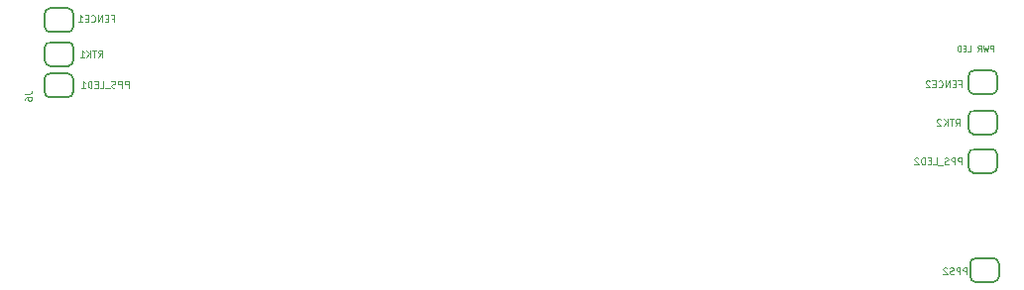
<source format=gbr>
%TF.GenerationSoftware,KiCad,Pcbnew,(5.1.6-0-10_14)*%
%TF.CreationDate,2020-10-02T15:43:10+07:00*%
%TF.ProjectId,ublox ZED-F9P (Full feature),75626c6f-7820-45a4-9544-2d4639502028,V1*%
%TF.SameCoordinates,Original*%
%TF.FileFunction,Legend,Bot*%
%TF.FilePolarity,Positive*%
%FSLAX46Y46*%
G04 Gerber Fmt 4.6, Leading zero omitted, Abs format (unit mm)*
G04 Created by KiCad (PCBNEW (5.1.6-0-10_14)) date 2020-10-02 15:43:10*
%MOMM*%
%LPD*%
G01*
G04 APERTURE LIST*
%ADD10C,0.125000*%
%ADD11C,0.203200*%
%ADD12C,0.115824*%
%ADD13C,0.100000*%
%ADD14O,1.000000X2.300000*%
%ADD15O,0.850000X0.600000*%
%ADD16C,0.600000*%
%ADD17O,1.000000X2.000000*%
%ADD18R,0.863600X1.473200*%
%ADD19C,3.200000*%
%ADD20C,2.082800*%
%ADD21R,1.703200X4.203200*%
%ADD22R,4.203200X1.703200*%
G04 APERTURE END LIST*
D10*
X204210714Y-61451190D02*
X204210714Y-60951190D01*
X204020238Y-60951190D01*
X203972619Y-60975000D01*
X203948809Y-60998809D01*
X203925000Y-61046428D01*
X203925000Y-61117857D01*
X203948809Y-61165476D01*
X203972619Y-61189285D01*
X204020238Y-61213095D01*
X204210714Y-61213095D01*
X203758333Y-60951190D02*
X203639285Y-61451190D01*
X203544047Y-61094047D01*
X203448809Y-61451190D01*
X203329761Y-60951190D01*
X202853571Y-61451190D02*
X203020238Y-61213095D01*
X203139285Y-61451190D02*
X203139285Y-60951190D01*
X202948809Y-60951190D01*
X202901190Y-60975000D01*
X202877380Y-60998809D01*
X202853571Y-61046428D01*
X202853571Y-61117857D01*
X202877380Y-61165476D01*
X202901190Y-61189285D01*
X202948809Y-61213095D01*
X203139285Y-61213095D01*
X202020238Y-61451190D02*
X202258333Y-61451190D01*
X202258333Y-60951190D01*
X201853571Y-61189285D02*
X201686904Y-61189285D01*
X201615476Y-61451190D02*
X201853571Y-61451190D01*
X201853571Y-60951190D01*
X201615476Y-60951190D01*
X201401190Y-61451190D02*
X201401190Y-60951190D01*
X201282142Y-60951190D01*
X201210714Y-60975000D01*
X201163095Y-61022619D01*
X201139285Y-61070238D01*
X201115476Y-61165476D01*
X201115476Y-61236904D01*
X201139285Y-61332142D01*
X201163095Y-61379761D01*
X201210714Y-61427380D01*
X201282142Y-61451190D01*
X201401190Y-61451190D01*
D11*
%TO.C,PPS2*%
X202679300Y-81178400D02*
X204203300Y-81178400D01*
X202222100Y-80721200D02*
X202222100Y-79603600D01*
X204660500Y-80721200D02*
X204660500Y-79603600D01*
X204203300Y-79146400D02*
X202679300Y-79146400D01*
X202222100Y-80721200D02*
G75*
G03*
X202679300Y-81178400I457200J0D01*
G01*
X204203300Y-81178400D02*
G75*
G03*
X204660500Y-80721200I0J457200D01*
G01*
X204203300Y-79146400D02*
G75*
G02*
X204660500Y-79603600I0J-457200D01*
G01*
X202222100Y-79603600D02*
G75*
G02*
X202679300Y-79146400I457200J0D01*
G01*
%TO.C,RTK2*%
X204059500Y-66515500D02*
X202535500Y-66515500D01*
X204516700Y-66972700D02*
X204516700Y-68090300D01*
X202078300Y-66972700D02*
X202078300Y-68090300D01*
X202535500Y-68547500D02*
X204059500Y-68547500D01*
X204516700Y-66972700D02*
G75*
G03*
X204059500Y-66515500I-457200J0D01*
G01*
X202535500Y-66515500D02*
G75*
G03*
X202078300Y-66972700I0J-457200D01*
G01*
X202535500Y-68547500D02*
G75*
G02*
X202078300Y-68090300I0J457200D01*
G01*
X204516700Y-68090300D02*
G75*
G02*
X204059500Y-68547500I-457200J0D01*
G01*
%TO.C,RTK1*%
X125153800Y-60662600D02*
X123629800Y-60662600D01*
X125611000Y-61119800D02*
X125611000Y-62237400D01*
X123172600Y-61119800D02*
X123172600Y-62237400D01*
X123629800Y-62694600D02*
X125153800Y-62694600D01*
X125611000Y-61119800D02*
G75*
G03*
X125153800Y-60662600I-457200J0D01*
G01*
X123629800Y-60662600D02*
G75*
G03*
X123172600Y-61119800I0J-457200D01*
G01*
X123629800Y-62694600D02*
G75*
G02*
X123172600Y-62237400I0J457200D01*
G01*
X125611000Y-62237400D02*
G75*
G02*
X125153800Y-62694600I-457200J0D01*
G01*
%TO.C,PPS_LED2*%
X204059500Y-69817500D02*
X202535500Y-69817500D01*
X204516700Y-70274700D02*
X204516700Y-71392300D01*
X202078300Y-70274700D02*
X202078300Y-71392300D01*
X202535500Y-71849500D02*
X204059500Y-71849500D01*
X204516700Y-70274700D02*
G75*
G03*
X204059500Y-69817500I-457200J0D01*
G01*
X202535500Y-69817500D02*
G75*
G03*
X202078300Y-70274700I0J-457200D01*
G01*
X202535500Y-71849500D02*
G75*
G02*
X202078300Y-71392300I0J457200D01*
G01*
X204516700Y-71392300D02*
G75*
G02*
X204059500Y-71849500I-457200J0D01*
G01*
%TO.C,PPS_LED1*%
X125129200Y-63352600D02*
X123605200Y-63352600D01*
X125586400Y-63809800D02*
X125586400Y-64927400D01*
X123148000Y-63809800D02*
X123148000Y-64927400D01*
X123605200Y-65384600D02*
X125129200Y-65384600D01*
X125586400Y-63809800D02*
G75*
G03*
X125129200Y-63352600I-457200J0D01*
G01*
X123605200Y-63352600D02*
G75*
G03*
X123148000Y-63809800I0J-457200D01*
G01*
X123605200Y-65384600D02*
G75*
G02*
X123148000Y-64927400I0J457200D01*
G01*
X125586400Y-64927400D02*
G75*
G02*
X125129200Y-65384600I-457200J0D01*
G01*
%TO.C,FENCE2*%
X204059500Y-63086500D02*
X202535500Y-63086500D01*
X204516700Y-63543700D02*
X204516700Y-64661300D01*
X202078300Y-63543700D02*
X202078300Y-64661300D01*
X202535500Y-65118500D02*
X204059500Y-65118500D01*
X204516700Y-63543700D02*
G75*
G03*
X204059500Y-63086500I-457200J0D01*
G01*
X202535500Y-63086500D02*
G75*
G03*
X202078300Y-63543700I0J-457200D01*
G01*
X202535500Y-65118500D02*
G75*
G02*
X202078300Y-64661300I0J457200D01*
G01*
X204516700Y-64661300D02*
G75*
G02*
X204059500Y-65118500I-457200J0D01*
G01*
%TO.C,FENCE1*%
X125153800Y-57773400D02*
X123629800Y-57773400D01*
X125611000Y-58230600D02*
X125611000Y-59348200D01*
X123172600Y-58230600D02*
X123172600Y-59348200D01*
X123629800Y-59805400D02*
X125153800Y-59805400D01*
X125611000Y-58230600D02*
G75*
G03*
X125153800Y-57773400I-457200J0D01*
G01*
X123629800Y-57773400D02*
G75*
G03*
X123172600Y-58230600I0J-457200D01*
G01*
X123629800Y-59805400D02*
G75*
G02*
X123172600Y-59348200I0J457200D01*
G01*
X125611000Y-59348200D02*
G75*
G02*
X125153800Y-59805400I-457200J0D01*
G01*
%TO.C,PPS2*%
D12*
X201922777Y-80522422D02*
X201922777Y-79943302D01*
X201702160Y-79943302D01*
X201647005Y-79970880D01*
X201619428Y-79998457D01*
X201591851Y-80053611D01*
X201591851Y-80136342D01*
X201619428Y-80191497D01*
X201647005Y-80219074D01*
X201702160Y-80246651D01*
X201922777Y-80246651D01*
X201343657Y-80522422D02*
X201343657Y-79943302D01*
X201123040Y-79943302D01*
X201067885Y-79970880D01*
X201040308Y-79998457D01*
X201012731Y-80053611D01*
X201012731Y-80136342D01*
X201040308Y-80191497D01*
X201067885Y-80219074D01*
X201123040Y-80246651D01*
X201343657Y-80246651D01*
X200792114Y-80494845D02*
X200709382Y-80522422D01*
X200571497Y-80522422D01*
X200516342Y-80494845D01*
X200488765Y-80467268D01*
X200461188Y-80412114D01*
X200461188Y-80356960D01*
X200488765Y-80301805D01*
X200516342Y-80274228D01*
X200571497Y-80246651D01*
X200681805Y-80219074D01*
X200736960Y-80191497D01*
X200764537Y-80163920D01*
X200792114Y-80108765D01*
X200792114Y-80053611D01*
X200764537Y-79998457D01*
X200736960Y-79970880D01*
X200681805Y-79943302D01*
X200543920Y-79943302D01*
X200461188Y-79970880D01*
X200240571Y-79998457D02*
X200212994Y-79970880D01*
X200157840Y-79943302D01*
X200019954Y-79943302D01*
X199964800Y-79970880D01*
X199937222Y-79998457D01*
X199909645Y-80053611D01*
X199909645Y-80108765D01*
X199937222Y-80191497D01*
X200268148Y-80522422D01*
X199909645Y-80522422D01*
%TO.C,RTK2*%
X200946697Y-67842422D02*
X201139737Y-67566651D01*
X201277622Y-67842422D02*
X201277622Y-67263302D01*
X201057005Y-67263302D01*
X201001851Y-67290880D01*
X200974274Y-67318457D01*
X200946697Y-67373611D01*
X200946697Y-67456342D01*
X200974274Y-67511497D01*
X201001851Y-67539074D01*
X201057005Y-67566651D01*
X201277622Y-67566651D01*
X200781234Y-67263302D02*
X200450308Y-67263302D01*
X200615771Y-67842422D02*
X200615771Y-67263302D01*
X200257268Y-67842422D02*
X200257268Y-67263302D01*
X199926342Y-67842422D02*
X200174537Y-67511497D01*
X199926342Y-67263302D02*
X200257268Y-67594228D01*
X199705725Y-67318457D02*
X199678148Y-67290880D01*
X199622994Y-67263302D01*
X199485108Y-67263302D01*
X199429954Y-67290880D01*
X199402377Y-67318457D01*
X199374800Y-67373611D01*
X199374800Y-67428765D01*
X199402377Y-67511497D01*
X199733302Y-67842422D01*
X199374800Y-67842422D01*
%TO.C,RTK1*%
X127756697Y-61942422D02*
X127949737Y-61666651D01*
X128087622Y-61942422D02*
X128087622Y-61363302D01*
X127867005Y-61363302D01*
X127811851Y-61390880D01*
X127784274Y-61418457D01*
X127756697Y-61473611D01*
X127756697Y-61556342D01*
X127784274Y-61611497D01*
X127811851Y-61639074D01*
X127867005Y-61666651D01*
X128087622Y-61666651D01*
X127591234Y-61363302D02*
X127260308Y-61363302D01*
X127425771Y-61942422D02*
X127425771Y-61363302D01*
X127067268Y-61942422D02*
X127067268Y-61363302D01*
X126736342Y-61942422D02*
X126984537Y-61611497D01*
X126736342Y-61363302D02*
X127067268Y-61694228D01*
X126184800Y-61942422D02*
X126515725Y-61942422D01*
X126350262Y-61942422D02*
X126350262Y-61363302D01*
X126405417Y-61446034D01*
X126460571Y-61501188D01*
X126515725Y-61528765D01*
%TO.C,PPS_LED2*%
X201479342Y-71122422D02*
X201479342Y-70543302D01*
X201258725Y-70543302D01*
X201203571Y-70570880D01*
X201175994Y-70598457D01*
X201148417Y-70653611D01*
X201148417Y-70736342D01*
X201175994Y-70791497D01*
X201203571Y-70819074D01*
X201258725Y-70846651D01*
X201479342Y-70846651D01*
X200900222Y-71122422D02*
X200900222Y-70543302D01*
X200679605Y-70543302D01*
X200624451Y-70570880D01*
X200596874Y-70598457D01*
X200569297Y-70653611D01*
X200569297Y-70736342D01*
X200596874Y-70791497D01*
X200624451Y-70819074D01*
X200679605Y-70846651D01*
X200900222Y-70846651D01*
X200348680Y-71094845D02*
X200265948Y-71122422D01*
X200128062Y-71122422D01*
X200072908Y-71094845D01*
X200045331Y-71067268D01*
X200017754Y-71012114D01*
X200017754Y-70956960D01*
X200045331Y-70901805D01*
X200072908Y-70874228D01*
X200128062Y-70846651D01*
X200238371Y-70819074D01*
X200293525Y-70791497D01*
X200321102Y-70763920D01*
X200348680Y-70708765D01*
X200348680Y-70653611D01*
X200321102Y-70598457D01*
X200293525Y-70570880D01*
X200238371Y-70543302D01*
X200100485Y-70543302D01*
X200017754Y-70570880D01*
X199907445Y-71177577D02*
X199466211Y-71177577D01*
X199052554Y-71122422D02*
X199328325Y-71122422D01*
X199328325Y-70543302D01*
X198859514Y-70819074D02*
X198666474Y-70819074D01*
X198583742Y-71122422D02*
X198859514Y-71122422D01*
X198859514Y-70543302D01*
X198583742Y-70543302D01*
X198335548Y-71122422D02*
X198335548Y-70543302D01*
X198197662Y-70543302D01*
X198114931Y-70570880D01*
X198059777Y-70626034D01*
X198032200Y-70681188D01*
X198004622Y-70791497D01*
X198004622Y-70874228D01*
X198032200Y-70984537D01*
X198059777Y-71039691D01*
X198114931Y-71094845D01*
X198197662Y-71122422D01*
X198335548Y-71122422D01*
X197784005Y-70598457D02*
X197756428Y-70570880D01*
X197701274Y-70543302D01*
X197563388Y-70543302D01*
X197508234Y-70570880D01*
X197480657Y-70598457D01*
X197453080Y-70653611D01*
X197453080Y-70708765D01*
X197480657Y-70791497D01*
X197811582Y-71122422D01*
X197453080Y-71122422D01*
%TO.C,PPS_LED1*%
X130319342Y-64572422D02*
X130319342Y-63993302D01*
X130098725Y-63993302D01*
X130043571Y-64020880D01*
X130015994Y-64048457D01*
X129988417Y-64103611D01*
X129988417Y-64186342D01*
X130015994Y-64241497D01*
X130043571Y-64269074D01*
X130098725Y-64296651D01*
X130319342Y-64296651D01*
X129740222Y-64572422D02*
X129740222Y-63993302D01*
X129519605Y-63993302D01*
X129464451Y-64020880D01*
X129436874Y-64048457D01*
X129409297Y-64103611D01*
X129409297Y-64186342D01*
X129436874Y-64241497D01*
X129464451Y-64269074D01*
X129519605Y-64296651D01*
X129740222Y-64296651D01*
X129188680Y-64544845D02*
X129105948Y-64572422D01*
X128968062Y-64572422D01*
X128912908Y-64544845D01*
X128885331Y-64517268D01*
X128857754Y-64462114D01*
X128857754Y-64406960D01*
X128885331Y-64351805D01*
X128912908Y-64324228D01*
X128968062Y-64296651D01*
X129078371Y-64269074D01*
X129133525Y-64241497D01*
X129161102Y-64213920D01*
X129188680Y-64158765D01*
X129188680Y-64103611D01*
X129161102Y-64048457D01*
X129133525Y-64020880D01*
X129078371Y-63993302D01*
X128940485Y-63993302D01*
X128857754Y-64020880D01*
X128747445Y-64627577D02*
X128306211Y-64627577D01*
X127892554Y-64572422D02*
X128168325Y-64572422D01*
X128168325Y-63993302D01*
X127699514Y-64269074D02*
X127506474Y-64269074D01*
X127423742Y-64572422D02*
X127699514Y-64572422D01*
X127699514Y-63993302D01*
X127423742Y-63993302D01*
X127175548Y-64572422D02*
X127175548Y-63993302D01*
X127037662Y-63993302D01*
X126954931Y-64020880D01*
X126899777Y-64076034D01*
X126872200Y-64131188D01*
X126844622Y-64241497D01*
X126844622Y-64324228D01*
X126872200Y-64434537D01*
X126899777Y-64489691D01*
X126954931Y-64544845D01*
X127037662Y-64572422D01*
X127175548Y-64572422D01*
X126293080Y-64572422D02*
X126624005Y-64572422D01*
X126458542Y-64572422D02*
X126458542Y-63993302D01*
X126513697Y-64076034D01*
X126568851Y-64131188D01*
X126624005Y-64158765D01*
%TO.C,J6*%
X121493302Y-65085285D02*
X121906960Y-65085285D01*
X121989691Y-65057708D01*
X122044845Y-65002554D01*
X122072422Y-64919822D01*
X122072422Y-64864668D01*
X121493302Y-65609251D02*
X121493302Y-65498942D01*
X121520880Y-65443788D01*
X121548457Y-65416211D01*
X121631188Y-65361057D01*
X121741497Y-65333480D01*
X121962114Y-65333480D01*
X122017268Y-65361057D01*
X122044845Y-65388634D01*
X122072422Y-65443788D01*
X122072422Y-65554097D01*
X122044845Y-65609251D01*
X122017268Y-65636828D01*
X121962114Y-65664405D01*
X121824228Y-65664405D01*
X121769074Y-65636828D01*
X121741497Y-65609251D01*
X121713920Y-65554097D01*
X121713920Y-65443788D01*
X121741497Y-65388634D01*
X121769074Y-65361057D01*
X121824228Y-65333480D01*
%TO.C,FENCE2*%
X201259914Y-64239074D02*
X201452954Y-64239074D01*
X201452954Y-64542422D02*
X201452954Y-63963302D01*
X201177182Y-63963302D01*
X200956565Y-64239074D02*
X200763525Y-64239074D01*
X200680794Y-64542422D02*
X200956565Y-64542422D01*
X200956565Y-63963302D01*
X200680794Y-63963302D01*
X200432600Y-64542422D02*
X200432600Y-63963302D01*
X200101674Y-64542422D01*
X200101674Y-63963302D01*
X199494977Y-64487268D02*
X199522554Y-64514845D01*
X199605285Y-64542422D01*
X199660440Y-64542422D01*
X199743171Y-64514845D01*
X199798325Y-64459691D01*
X199825902Y-64404537D01*
X199853480Y-64294228D01*
X199853480Y-64211497D01*
X199825902Y-64101188D01*
X199798325Y-64046034D01*
X199743171Y-63990880D01*
X199660440Y-63963302D01*
X199605285Y-63963302D01*
X199522554Y-63990880D01*
X199494977Y-64018457D01*
X199246782Y-64239074D02*
X199053742Y-64239074D01*
X198971011Y-64542422D02*
X199246782Y-64542422D01*
X199246782Y-63963302D01*
X198971011Y-63963302D01*
X198750394Y-64018457D02*
X198722817Y-63990880D01*
X198667662Y-63963302D01*
X198529777Y-63963302D01*
X198474622Y-63990880D01*
X198447045Y-64018457D01*
X198419468Y-64073611D01*
X198419468Y-64128765D01*
X198447045Y-64211497D01*
X198777971Y-64542422D01*
X198419468Y-64542422D01*
%TO.C,FENCE1*%
X128879914Y-58639074D02*
X129072954Y-58639074D01*
X129072954Y-58942422D02*
X129072954Y-58363302D01*
X128797182Y-58363302D01*
X128576565Y-58639074D02*
X128383525Y-58639074D01*
X128300794Y-58942422D02*
X128576565Y-58942422D01*
X128576565Y-58363302D01*
X128300794Y-58363302D01*
X128052600Y-58942422D02*
X128052600Y-58363302D01*
X127721674Y-58942422D01*
X127721674Y-58363302D01*
X127114977Y-58887268D02*
X127142554Y-58914845D01*
X127225285Y-58942422D01*
X127280440Y-58942422D01*
X127363171Y-58914845D01*
X127418325Y-58859691D01*
X127445902Y-58804537D01*
X127473480Y-58694228D01*
X127473480Y-58611497D01*
X127445902Y-58501188D01*
X127418325Y-58446034D01*
X127363171Y-58390880D01*
X127280440Y-58363302D01*
X127225285Y-58363302D01*
X127142554Y-58390880D01*
X127114977Y-58418457D01*
X126866782Y-58639074D02*
X126673742Y-58639074D01*
X126591011Y-58942422D02*
X126866782Y-58942422D01*
X126866782Y-58363302D01*
X126591011Y-58363302D01*
X126039468Y-58942422D02*
X126370394Y-58942422D01*
X126204931Y-58942422D02*
X126204931Y-58363302D01*
X126260085Y-58446034D01*
X126315240Y-58501188D01*
X126370394Y-58528765D01*
%TD*%
%LPC*%
D13*
%TO.C,PPS2*%
G36*
X203631800Y-80035400D02*
G01*
X203250800Y-80035400D01*
X203250800Y-80289400D01*
X203631800Y-80289400D01*
X203631800Y-80035400D01*
G37*
%TO.C,RTK2*%
G36*
X203107000Y-67658500D02*
G01*
X203488000Y-67658500D01*
X203488000Y-67404500D01*
X203107000Y-67404500D01*
X203107000Y-67658500D01*
G37*
%TO.C,RTK1*%
G36*
X124201300Y-61805600D02*
G01*
X124582300Y-61805600D01*
X124582300Y-61551600D01*
X124201300Y-61551600D01*
X124201300Y-61805600D01*
G37*
%TO.C,PPS_LED2*%
G36*
X203107000Y-70960500D02*
G01*
X203488000Y-70960500D01*
X203488000Y-70706500D01*
X203107000Y-70706500D01*
X203107000Y-70960500D01*
G37*
%TO.C,PPS_LED1*%
G36*
X124176700Y-64495600D02*
G01*
X124557700Y-64495600D01*
X124557700Y-64241600D01*
X124176700Y-64241600D01*
X124176700Y-64495600D01*
G37*
%TO.C,FENCE2*%
G36*
X203107000Y-64229500D02*
G01*
X203488000Y-64229500D01*
X203488000Y-63975500D01*
X203107000Y-63975500D01*
X203107000Y-64229500D01*
G37*
%TO.C,FENCE1*%
G36*
X124201300Y-58916400D02*
G01*
X124582300Y-58916400D01*
X124582300Y-58662400D01*
X124201300Y-58662400D01*
X124201300Y-58916400D01*
G37*
%TD*%
D14*
%TO.C,P2*%
X156716000Y-53178900D03*
D15*
X158036000Y-56278900D03*
D14*
X165356000Y-53178900D03*
D16*
X164036000Y-56278900D03*
D17*
X165356000Y-57003900D03*
X156716000Y-57003900D03*
%TD*%
D14*
%TO.C,P1*%
X140942600Y-53178900D03*
D15*
X142262600Y-56278900D03*
D14*
X149582600Y-53178900D03*
D16*
X148262600Y-56278900D03*
D17*
X149582600Y-57003900D03*
X140942600Y-57003900D03*
%TD*%
D18*
%TO.C,PPS2*%
X202920600Y-80162400D03*
X203962000Y-80162400D03*
%TD*%
D19*
%TO.C,H4*%
X206500000Y-96500000D03*
%TD*%
%TO.C,H3*%
X206500000Y-53500000D03*
%TD*%
%TO.C,H2*%
X123500000Y-96500000D03*
%TD*%
%TO.C,H1*%
X123500000Y-53500000D03*
%TD*%
D18*
%TO.C,RTK2*%
X203818200Y-67531500D03*
X202776800Y-67531500D03*
%TD*%
%TO.C,RTK1*%
X124912500Y-61678600D03*
X123871100Y-61678600D03*
%TD*%
%TO.C,PPS_LED2*%
X203818200Y-70833500D03*
X202776800Y-70833500D03*
%TD*%
%TO.C,PPS_LED1*%
X124887900Y-64368600D03*
X123846500Y-64368600D03*
%TD*%
D20*
%TO.C,J6*%
X122110500Y-80264000D03*
X122110500Y-77724000D03*
X122110500Y-75184000D03*
X122110500Y-72644000D03*
X122110500Y-70104000D03*
X122110500Y-67564000D03*
%TD*%
%TO.C,J2*%
X208127600Y-87731600D03*
X208127600Y-85191600D03*
X208127600Y-82651600D03*
X208127600Y-80111600D03*
X208127600Y-77571600D03*
X208127600Y-75031600D03*
%TD*%
D18*
%TO.C,FENCE2*%
X203818200Y-64102500D03*
X202776800Y-64102500D03*
%TD*%
%TO.C,FENCE1*%
X124912500Y-58789400D03*
X123871100Y-58789400D03*
%TD*%
D21*
%TO.C,E3*%
X175860000Y-97800000D03*
X180940000Y-97800000D03*
%TD*%
D22*
%TO.C,E2*%
X122200000Y-83566000D03*
X122200000Y-88646000D03*
%TD*%
D21*
%TO.C,E1*%
X146260000Y-97800000D03*
X151340000Y-97800000D03*
%TD*%
M02*

</source>
